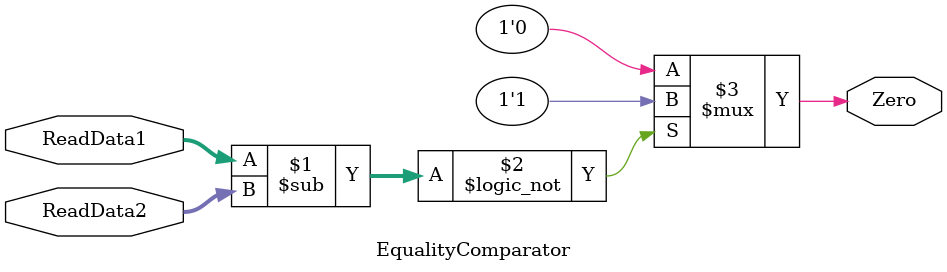
<source format=v>
/******************************************************************
 * Description
 *  This is the equality comparator for branch earlier
 *  1.0
 * Author:
 *  Alejandro Rios Jasso
 *  Javier Ochoa Pardo
 * email:
 *  is708932@iteso.mx
 *  is702811@iteso.mx
 * Date:
 *  08/04/2019
 ******************************************************************/
module EqualityComparator (input [31:0] ReadData1,
                           input [31:0] ReadData2,
                           output reg Zero);
    
    assign Zero = (ReadData1 - ReadData2 == 0) ? 1'b1 : 1'b0;

endmodule

</source>
